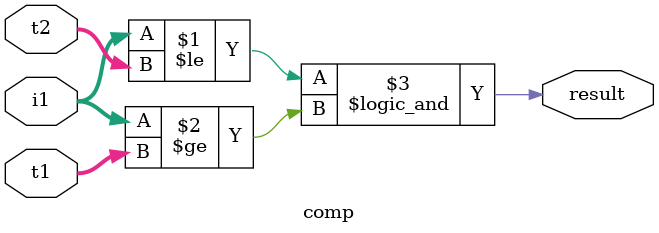
<source format=v>
module comp(
	input [9 : 0] i1,
	input [9 : 0] t1,
	input [9 : 0] t2,
	output result
    );
	assign result = ((i1 <= t2) && (i1 >= t1));
	// if((i1 <= t2) && (i1 >= t1))
	// 	result <= 1'b1;
	// else
	// 	result <= 1'b0; 


endmodule

</source>
